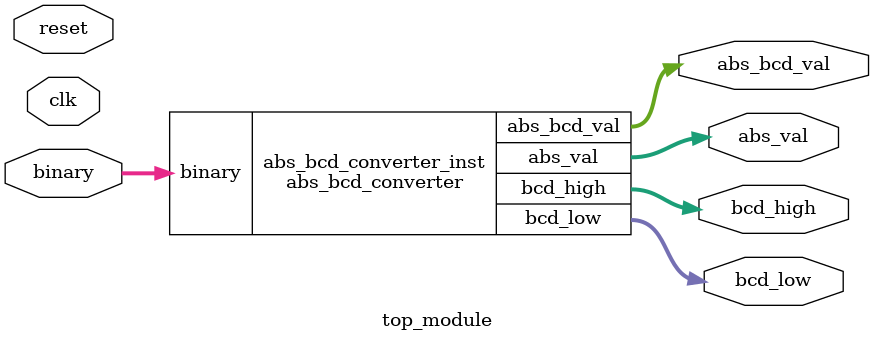
<source format=v>
module bcd_converter (
    input [3:0] binary,
    output reg [3:0] bcd_high,
    output reg [3:0] bcd_low
);

always @* begin
    case (binary)
        4'b0000: begin bcd_high = 4'b0000; bcd_low = 4'b0000; end
        4'b0001: begin bcd_high = 4'b0000; bcd_low = 4'b0001; end
        4'b0010: begin bcd_high = 4'b0000; bcd_low = 4'b0010; end
        4'b0011: begin bcd_high = 4'b0000; bcd_low = 4'b0011; end
        4'b0100: begin bcd_high = 4'b0000; bcd_low = 4'b0100; end
        4'b0101: begin bcd_high = 4'b0000; bcd_low = 4'b0101; end
        4'b0110: begin bcd_high = 4'b0000; bcd_low = 4'b0110; end
        4'b0111: begin bcd_high = 4'b0000; bcd_low = 4'b0111; end
        4'b1000: begin bcd_high = 4'b0001; bcd_low = 4'b0000; end
        4'b1001: begin bcd_high = 4'b0001; bcd_low = 4'b0001; end
        4'b1010: begin bcd_high = 4'b0001; bcd_low = 4'b0010; end
        4'b1011: begin bcd_high = 4'b0001; bcd_low = 4'b0011; end
        4'b1100: begin bcd_high = 4'b0001; bcd_low = 4'b0100; end
        4'b1101: begin bcd_high = 4'b0001; bcd_low = 4'b0101; end
        4'b1110: begin bcd_high = 4'b0001; bcd_low = 4'b0110; end
        4'b1111: begin bcd_high = 4'b0001; bcd_low = 4'b0111; end
        default: begin bcd_high = 4'b0000; bcd_low = 4'b0000; end
    endcase
end

endmodule

module absolute_value (
    input [3:0] binary,
    output reg [3:0] abs_val
);

always @* begin
    if (binary[3] == 1) begin
        abs_val = ~binary + 1;
    end else begin
        abs_val = binary;
    end
end

endmodule

module abs_bcd_converter (
    input [3:0] binary,
    output reg [3:0] bcd_high,
    output reg [3:0] bcd_low,
    output reg [3:0] abs_val,
    output reg [11:0] abs_bcd_val
);

bcd_converter bcd_converter_inst (
    .binary(binary),
    .bcd_high(bcd_high),
    .bcd_low(bcd_low)
);

absolute_value absolute_value_inst (
    .binary(binary),
    .abs_val(abs_val)
);

always @* begin
    if (abs_val[3] == 1) begin
        abs_bcd_val = {4'b0001, ~bcd_high + 1, ~bcd_low + 1};
    end else begin
        abs_bcd_val = {4'b0000, bcd_high, bcd_low};
    end
end

endmodule

module top_module (
    input clk,
    input reset,
    input [3:0] binary,
    output [3:0] bcd_high,
    output [3:0] bcd_low,
    output reg [3:0] abs_val,
    output reg [11:0] abs_bcd_val
);

abs_bcd_converter abs_bcd_converter_inst (
    .binary(binary),
    .bcd_high(bcd_high),
    .bcd_low(bcd_low),
    .abs_val(abs_val),
    .abs_bcd_val(abs_bcd_val)
);

endmodule
</source>
